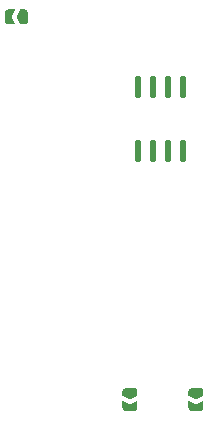
<source format=gtp>
G04 Layer: TopPasteMaskLayer*
G04 EasyEDA v6.5.40, 2024-02-04 04:02:13*
G04 e3b7e928b75e4f6ab1737eb406526b54,153482dac41149f1974aef67bcea995d,10*
G04 Gerber Generator version 0.2*
G04 Scale: 100 percent, Rotated: No, Reflected: No *
G04 Dimensions in millimeters *
G04 leading zeros omitted , absolute positions ,4 integer and 5 decimal *
%FSLAX45Y45*%
%MOMM*%

%AMMACRO1*4,1,38,0,-0.4763,-0.635,-0.1588,-0.635,0.2223,-0.634,0.2456,-0.6307,0.269,-0.6253,0.2918,-0.6177,0.3139,-0.6083,0.3355,-0.5969,0.3559,-0.5837,0.3754,-0.5687,0.3934,-0.5522,0.41,-0.5342,0.4249,-0.5146,0.4381,-0.4943,0.4496,-0.4727,0.459,-0.4506,0.4666,-0.4277,0.4719,-0.4044,0.4752,-0.381,0.4763,0.4445,0.4763,0.4663,0.4696,0.4874,0.461,0.5077,0.4503,0.527,0.4381,0.5451,0.4242,0.5618,0.4087,0.5773,0.3917,0.5911,0.3734,0.603,0.3538,0.6132,0.3335,0.6215,0.3122,0.6279,0.2903,0.6322,0.2677,0.6347,0.2451,0.635,0.2223,0.635,-0.1588,0,-0.4763,0,-0.4763,0*%
%AMMACRO2*4,1,39,-0.635,0.4445,-0.635,-0.1905,-0.634,-0.2139,-0.6307,-0.2372,-0.6253,-0.2601,-0.6177,-0.2822,-0.6083,-0.3038,-0.5969,-0.3241,-0.5837,-0.3437,-0.5687,-0.3617,-0.5522,-0.3782,-0.5342,-0.3932,-0.5146,-0.4064,-0.4943,-0.4178,-0.4727,-0.4275,-0.4506,-0.4348,-0.4277,-0.4402,-0.4044,-0.4435,-0.381,-0.4445,0.381,-0.4445,0.4044,-0.4435,0.4277,-0.4402,0.4506,-0.4348,0.4727,-0.4275,0.4943,-0.4178,0.5146,-0.4064,0.5342,-0.3932,0.5522,-0.3782,0.5687,-0.3617,0.5837,-0.3437,0.5969,-0.3241,0.6083,-0.3038,0.618,-0.2822,0.6253,-0.2601,0.6307,-0.2372,0.634,-0.2139,0.635,-0.1905,0.635,0.4445,0,0.127,-0.635,0.4445,0*%
%AMMACRO3*4,1,38,-0.4763,0,-0.1588,0.635,0.2223,0.635,0.2456,0.634,0.269,0.6307,0.2918,0.6253,0.3139,0.6177,0.3355,0.6083,0.3559,0.5969,0.3754,0.5837,0.3934,0.5687,0.41,0.5522,0.4249,0.5342,0.4382,0.5146,0.4496,0.4943,0.4592,0.4727,0.4666,0.4506,0.4719,0.4277,0.4752,0.4044,0.4763,0.381,0.4763,-0.4445,0.4696,-0.4663,0.461,-0.4874,0.4503,-0.5077,0.4382,-0.527,0.4242,-0.5451,0.4087,-0.5618,0.3917,-0.5773,0.3734,-0.5911,0.3541,-0.603,0.3335,-0.6132,0.3122,-0.6215,0.2903,-0.6279,0.268,-0.6325,0.2451,-0.6347,0.2223,-0.635,-0.1588,-0.635,-0.4763,0,-0.4763,0,0*%
%AMMACRO4*4,1,39,0.4445,0.635,-0.1905,0.635,-0.2139,0.634,-0.2372,0.6307,-0.2601,0.6253,-0.2822,0.6177,-0.3038,0.6083,-0.3241,0.5969,-0.3437,0.5837,-0.3617,0.5687,-0.3782,0.5522,-0.3932,0.5342,-0.4064,0.5146,-0.4178,0.4943,-0.4272,0.4727,-0.4348,0.4506,-0.4402,0.4277,-0.4435,0.4044,-0.4445,0.381,-0.4445,-0.381,-0.4435,-0.4044,-0.4402,-0.4277,-0.4348,-0.4506,-0.4272,-0.4727,-0.4178,-0.4943,-0.4064,-0.5146,-0.3932,-0.5342,-0.3782,-0.5522,-0.3617,-0.5687,-0.3437,-0.5837,-0.3241,-0.5969,-0.3038,-0.6083,-0.2822,-0.618,-0.2601,-0.6253,-0.2372,-0.6307,-0.2139,-0.634,-0.1905,-0.635,0.4445,-0.635,0.127,0,0.4445,0.635,0*%
%ADD10MACRO1*%
%ADD11MACRO2*%
%ADD12MACRO3*%
%ADD13MACRO4*%
%ADD14O,0.5684012X1.950212*%

%LPD*%
D10*
G01*
X2832100Y4875784D03*
D11*
G01*
X2832100Y4774184D03*
D12*
G01*
X1917700Y8064500D03*
D13*
G01*
X1816100Y8064500D03*
D10*
G01*
X3390900Y4876800D03*
D11*
G01*
X3390900Y4775200D03*
D14*
G01*
X3275253Y7471105D03*
G01*
X3148253Y7471105D03*
G01*
X3021253Y7471105D03*
G01*
X2894253Y7471105D03*
G01*
X3275253Y6930085D03*
G01*
X3148253Y6930085D03*
G01*
X3021253Y6930085D03*
G01*
X2894253Y6930085D03*
M02*

</source>
